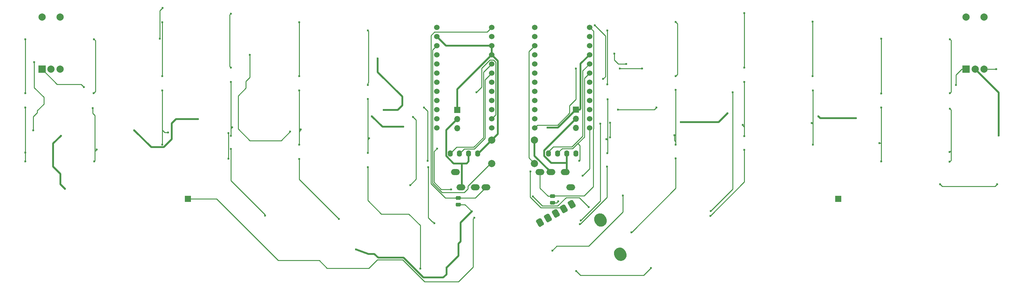
<source format=gtl>
G04 #@! TF.GenerationSoftware,KiCad,Pcbnew,5.1.10*
G04 #@! TF.CreationDate,2021-05-16T00:27:37+02:00*
G04 #@! TF.ProjectId,corne-cherry,636f726e-652d-4636-9865-7272792e6b69,3.0.1*
G04 #@! TF.SameCoordinates,Original*
G04 #@! TF.FileFunction,Copper,L1,Top*
G04 #@! TF.FilePolarity,Positive*
%FSLAX46Y46*%
G04 Gerber Fmt 4.6, Leading zero omitted, Abs format (unit mm)*
G04 Created by KiCad (PCBNEW 5.1.10) date 2021-05-16 00:27:37*
%MOMM*%
%LPD*%
G01*
G04 APERTURE LIST*
G04 #@! TA.AperFunction,ComponentPad*
%ADD10R,2.000000X2.000000*%
G04 #@! TD*
G04 #@! TA.AperFunction,ComponentPad*
%ADD11C,2.000000*%
G04 #@! TD*
G04 #@! TA.AperFunction,ComponentPad*
%ADD12R,1.700000X1.700000*%
G04 #@! TD*
G04 #@! TA.AperFunction,ComponentPad*
%ADD13C,1.524000*%
G04 #@! TD*
G04 #@! TA.AperFunction,ComponentPad*
%ADD14O,1.700000X1.700000*%
G04 #@! TD*
G04 #@! TA.AperFunction,ComponentPad*
%ADD15O,1.397000X1.778000*%
G04 #@! TD*
G04 #@! TA.AperFunction,ComponentPad*
%ADD16O,2.500000X1.700000*%
G04 #@! TD*
G04 #@! TA.AperFunction,ViaPad*
%ADD17C,0.600000*%
G04 #@! TD*
G04 #@! TA.AperFunction,Conductor*
%ADD18C,0.250000*%
G04 #@! TD*
G04 #@! TA.AperFunction,Conductor*
%ADD19C,0.508000*%
G04 #@! TD*
G04 #@! TA.AperFunction,Conductor*
%ADD20C,0.254000*%
G04 #@! TD*
G04 #@! TA.AperFunction,Conductor*
%ADD21C,0.500000*%
G04 #@! TD*
G04 APERTURE END LIST*
G04 #@! TA.AperFunction,ComponentPad*
G36*
G01*
X179051549Y-96658588D02*
X179051549Y-96658588D01*
G75*
G02*
X176797607Y-96054646I-825000J1428942D01*
G01*
X176547607Y-95621634D01*
G75*
G02*
X177151549Y-93367692I1428942J825000D01*
G01*
X177151549Y-93367692D01*
G75*
G02*
X179405491Y-93971634I825000J-1428942D01*
G01*
X179655491Y-94404646D01*
G75*
G02*
X179051549Y-96658588I-1428942J-825000D01*
G01*
G37*
G04 #@! TD.AperFunction*
G04 #@! TA.AperFunction,ComponentPad*
G36*
G01*
X173551549Y-87132308D02*
X173551549Y-87132308D01*
G75*
G02*
X171297607Y-86528366I-825000J1428942D01*
G01*
X171047607Y-86095354D01*
G75*
G02*
X171651549Y-83841412I1428942J825000D01*
G01*
X171651549Y-83841412D01*
G75*
G02*
X173905491Y-84445354I825000J-1428942D01*
G01*
X174155491Y-84878366D01*
G75*
G02*
X173551549Y-87132308I-1428942J-825000D01*
G01*
G37*
G04 #@! TD.AperFunction*
G04 #@! TA.AperFunction,ComponentPad*
G36*
G01*
X156746152Y-86934507D02*
X156010030Y-87359507D01*
G75*
G02*
X155429469Y-87203946I-212500J368061D01*
G01*
X154754469Y-86034812D01*
G75*
G02*
X154910030Y-85454251I368061J212500D01*
G01*
X155646152Y-85029251D01*
G75*
G02*
X156226713Y-85184812I212500J-368061D01*
G01*
X156901713Y-86353946D01*
G75*
G02*
X156746152Y-86934507I-368061J-212500D01*
G01*
G37*
G04 #@! TD.AperFunction*
G04 #@! TA.AperFunction,ComponentPad*
G36*
G01*
X158426417Y-83914812D02*
X159101417Y-85083946D01*
G75*
G02*
X158945856Y-85664507I-368061J-212500D01*
G01*
X158209734Y-86089507D01*
G75*
G02*
X157629173Y-85933946I-212500J368061D01*
G01*
X156954173Y-84764812D01*
G75*
G02*
X157109734Y-84184251I368061J212500D01*
G01*
X157845856Y-83759251D01*
G75*
G02*
X158426417Y-83914812I212500J-368061D01*
G01*
G37*
G04 #@! TD.AperFunction*
G04 #@! TA.AperFunction,ComponentPad*
G36*
G01*
X160626122Y-82644812D02*
X161301122Y-83813946D01*
G75*
G02*
X161145561Y-84394507I-368061J-212500D01*
G01*
X160409439Y-84819507D01*
G75*
G02*
X159828878Y-84663946I-212500J368061D01*
G01*
X159153878Y-83494812D01*
G75*
G02*
X159309439Y-82914251I368061J212500D01*
G01*
X160045561Y-82489251D01*
G75*
G02*
X160626122Y-82644812I212500J-368061D01*
G01*
G37*
G04 #@! TD.AperFunction*
G04 #@! TA.AperFunction,ComponentPad*
G36*
G01*
X162825827Y-81374812D02*
X163500827Y-82543946D01*
G75*
G02*
X163345266Y-83124507I-368061J-212500D01*
G01*
X162609144Y-83549507D01*
G75*
G02*
X162028583Y-83393946I-212500J368061D01*
G01*
X161353583Y-82224812D01*
G75*
G02*
X161509144Y-81644251I368061J212500D01*
G01*
X162245266Y-81219251D01*
G75*
G02*
X162825827Y-81374812I212500J-368061D01*
G01*
G37*
G04 #@! TD.AperFunction*
G04 #@! TA.AperFunction,ComponentPad*
G36*
G01*
X165025531Y-80104812D02*
X165700531Y-81273946D01*
G75*
G02*
X165544970Y-81854507I-368061J-212500D01*
G01*
X164808848Y-82279507D01*
G75*
G02*
X164228287Y-82123946I-212500J368061D01*
G01*
X163553287Y-80954812D01*
G75*
G02*
X163708848Y-80374251I368061J212500D01*
G01*
X164444970Y-79949251D01*
G75*
G02*
X165025531Y-80104812I212500J-368061D01*
G01*
G37*
G04 #@! TD.AperFunction*
G04 #@! TA.AperFunction,SMDPad,CuDef*
G36*
G01*
X158849499Y-80172500D02*
X159749501Y-80172500D01*
G75*
G02*
X159999500Y-80422499I0J-249999D01*
G01*
X159999500Y-80947501D01*
G75*
G02*
X159749501Y-81197500I-249999J0D01*
G01*
X158849499Y-81197500D01*
G75*
G02*
X158599500Y-80947501I0J249999D01*
G01*
X158599500Y-80422499D01*
G75*
G02*
X158849499Y-80172500I249999J0D01*
G01*
G37*
G04 #@! TD.AperFunction*
G04 #@! TA.AperFunction,SMDPad,CuDef*
G36*
G01*
X158849499Y-78347500D02*
X159749501Y-78347500D01*
G75*
G02*
X159999500Y-78597499I0J-249999D01*
G01*
X159999500Y-79122501D01*
G75*
G02*
X159749501Y-79372500I-249999J0D01*
G01*
X158849499Y-79372500D01*
G75*
G02*
X158599500Y-79122501I0J249999D01*
G01*
X158599500Y-78597499D01*
G75*
G02*
X158849499Y-78347500I249999J0D01*
G01*
G37*
G04 #@! TD.AperFunction*
G04 #@! TA.AperFunction,SMDPad,CuDef*
G36*
G01*
X132687499Y-80680500D02*
X133587501Y-80680500D01*
G75*
G02*
X133837500Y-80930499I0J-249999D01*
G01*
X133837500Y-81455501D01*
G75*
G02*
X133587501Y-81705500I-249999J0D01*
G01*
X132687499Y-81705500D01*
G75*
G02*
X132437500Y-81455501I0J249999D01*
G01*
X132437500Y-80930499D01*
G75*
G02*
X132687499Y-80680500I249999J0D01*
G01*
G37*
G04 #@! TD.AperFunction*
G04 #@! TA.AperFunction,SMDPad,CuDef*
G36*
G01*
X132687499Y-78855500D02*
X133587501Y-78855500D01*
G75*
G02*
X133837500Y-79105499I0J-249999D01*
G01*
X133837500Y-79630501D01*
G75*
G02*
X133587501Y-79880500I-249999J0D01*
G01*
X132687499Y-79880500D01*
G75*
G02*
X132437500Y-79630501I0J249999D01*
G01*
X132437500Y-79105499D01*
G75*
G02*
X132687499Y-78855500I249999J0D01*
G01*
G37*
G04 #@! TD.AperFunction*
D10*
X274114500Y-43555000D03*
D11*
X276614500Y-43555000D03*
X279114500Y-43555000D03*
X274114500Y-29055000D03*
X279114500Y-29055000D03*
D10*
X17607500Y-43560000D03*
D11*
X20107500Y-43560000D03*
X22607500Y-43560000D03*
X17607500Y-29060000D03*
X22607500Y-29060000D03*
D12*
X238614500Y-79625000D03*
X58107500Y-79630000D03*
D13*
X154378900Y-31912000D03*
X154378900Y-34452000D03*
X154378900Y-36992000D03*
X154378900Y-39532000D03*
X154378900Y-42072000D03*
X154378900Y-44612000D03*
X154378900Y-47152000D03*
X154378900Y-49692000D03*
X154378900Y-52232000D03*
X154378900Y-54772000D03*
X154378900Y-57312000D03*
X154378900Y-59852000D03*
X169598900Y-59852000D03*
X169598900Y-57312000D03*
X169598900Y-54772000D03*
X169598900Y-52232000D03*
X169598900Y-49692000D03*
X169598900Y-47152000D03*
X169598900Y-44612000D03*
X169598900Y-42072000D03*
X169598900Y-39532000D03*
X169598900Y-36992000D03*
X169598900Y-34452000D03*
X169598900Y-31912000D03*
D14*
X165797500Y-59880000D03*
X165797500Y-57340000D03*
D12*
X165797500Y-54800000D03*
D14*
X132837500Y-59940000D03*
X132837500Y-57400000D03*
D12*
X132837500Y-54860000D03*
D13*
X127203900Y-31942000D03*
X127203900Y-34482000D03*
X127203900Y-37022000D03*
X127203900Y-39562000D03*
X127203900Y-42102000D03*
X127203900Y-44642000D03*
X127203900Y-47182000D03*
X127203900Y-49722000D03*
X127203900Y-52262000D03*
X127203900Y-54802000D03*
X127203900Y-57342000D03*
X127203900Y-59882000D03*
X142423900Y-59882000D03*
X142423900Y-57342000D03*
X142423900Y-54802000D03*
X142423900Y-52262000D03*
X142423900Y-49722000D03*
X142423900Y-47182000D03*
X142423900Y-44642000D03*
X142423900Y-42102000D03*
X142423900Y-39562000D03*
X142423900Y-37022000D03*
X142423900Y-34482000D03*
X142423900Y-31942000D03*
D11*
X154304500Y-63272000D03*
X154304500Y-69772000D03*
X142424500Y-63281000D03*
X142424500Y-69781000D03*
D15*
X165797500Y-67020000D03*
X163257500Y-67020000D03*
X160717500Y-67020000D03*
X158177500Y-67020000D03*
X138568500Y-67028000D03*
X136028500Y-67028000D03*
X133488500Y-67028000D03*
X130948500Y-67028000D03*
D16*
X164337500Y-76370000D03*
X162837500Y-72170000D03*
X158837500Y-72170000D03*
X155837500Y-72170000D03*
X132334500Y-72192000D03*
X133834500Y-76392000D03*
X137834500Y-76392000D03*
X140834500Y-76392000D03*
D17*
X50307500Y-35105000D03*
X51107500Y-26505000D03*
X123607500Y-54205000D03*
X124607500Y-69005000D03*
X69382500Y-61305000D03*
X69382500Y-68405000D03*
X126493737Y-86382353D03*
X124807500Y-70805000D03*
X43215500Y-60580000D03*
X60912600Y-57397000D03*
X109185300Y-56660400D03*
X117847010Y-59569010D03*
X22857500Y-62076500D03*
X23956290Y-76815990D03*
X136896700Y-83101800D03*
X129911700Y-98735500D03*
X104748517Y-93631010D03*
X110795800Y-40569010D03*
X112463101Y-54909001D03*
X13007500Y-35205000D03*
X13007500Y-50205000D03*
X13007500Y-54205000D03*
X13007500Y-69205000D03*
X13007500Y-66705000D03*
X32007500Y-35205000D03*
X32107500Y-69205000D03*
X31707500Y-54405000D03*
X31964840Y-50194907D03*
X32796949Y-65894449D03*
X51007500Y-30505000D03*
X51007500Y-45505000D03*
X51007500Y-49505000D03*
X51007500Y-64505000D03*
X52577078Y-61174578D03*
X70007500Y-28105000D03*
X70007500Y-43105000D03*
X70007500Y-47105000D03*
X70007500Y-62105000D03*
X70407500Y-59705000D03*
X70007500Y-65705000D03*
X79507500Y-84305000D03*
X89007500Y-30505000D03*
X89007500Y-45505000D03*
X89007500Y-49505000D03*
X89007500Y-64505000D03*
X89407500Y-60305000D03*
X89007500Y-68505000D03*
X100007500Y-85205000D03*
X108007500Y-32805000D03*
X108007500Y-47905000D03*
X108007500Y-51805000D03*
X108007500Y-66805000D03*
X108407504Y-62805000D03*
X108007500Y-70805000D03*
X122607500Y-99005000D03*
X127232000Y-65652000D03*
X131169000Y-76955000D03*
X173357500Y-46265000D03*
X171063762Y-31389024D03*
X188119700Y-54180000D03*
X177478999Y-54775001D03*
X175232500Y-58415010D03*
X175232500Y-62500000D03*
X282684700Y-75550000D03*
X266873200Y-75550000D03*
X172537500Y-58715000D03*
X167110558Y-85628058D03*
X153200000Y-72000000D03*
X166755591Y-69044409D03*
X167640000Y-73152000D03*
X269607500Y-35205000D03*
X269507500Y-69305000D03*
X269617500Y-54555000D03*
X269592510Y-50205000D03*
X269547500Y-66550000D03*
X250507500Y-35105000D03*
X250507500Y-50305000D03*
X250507500Y-54205000D03*
X250507500Y-69205000D03*
X249997500Y-64100010D03*
X231507500Y-30305000D03*
X231507500Y-45505000D03*
X231607500Y-49505000D03*
X231607500Y-64505000D03*
X231234449Y-58513051D03*
X212507500Y-28005000D03*
X212507500Y-43105000D03*
X212507500Y-47105000D03*
X212507500Y-62205000D03*
X203087500Y-84335000D03*
X212557500Y-65985000D03*
X212107500Y-59020000D03*
X193507500Y-30405000D03*
X193507500Y-45505000D03*
X193507500Y-49305000D03*
X193507500Y-64505000D03*
X193517500Y-68325000D03*
X181187500Y-88895000D03*
X193137500Y-61875000D03*
X174507500Y-32805000D03*
X174507500Y-47805000D03*
X174607500Y-51905000D03*
X174507500Y-66905000D03*
X174417500Y-70675000D03*
X166887500Y-86675000D03*
X174297500Y-63015000D03*
X160861735Y-80264000D03*
X194935700Y-58260600D03*
X207851600Y-55847600D03*
X233061100Y-56635000D03*
X243521110Y-57189010D03*
X157915200Y-59784600D03*
X283098501Y-61994999D03*
X137582500Y-84829000D03*
X15154500Y-60572000D03*
X15453800Y-41580000D03*
X119795500Y-75805000D03*
X120564500Y-56825500D03*
X176475500Y-39205000D03*
X179733800Y-42118900D03*
X159299500Y-93973000D03*
X178857500Y-78656800D03*
X165903070Y-99687570D03*
X186604500Y-98799000D03*
X138204800Y-50018300D03*
X29251500Y-48532400D03*
X86442001Y-60930001D03*
X75250900Y-39604300D03*
X271288100Y-47948200D03*
X209286700Y-49954800D03*
X203216100Y-82974800D03*
X169357900Y-81908000D03*
X153850000Y-78950000D03*
X165801900Y-43350800D03*
X177943100Y-43350800D03*
X184140700Y-43350800D03*
X282489500Y-43554000D03*
D18*
X50307500Y-27305000D02*
X51107500Y-26505000D01*
X50307500Y-35105000D02*
X50307500Y-27305000D01*
X124607500Y-55205000D02*
X124607500Y-69005000D01*
X123607500Y-54205000D02*
X124607500Y-55205000D01*
X69382500Y-61305000D02*
X69382500Y-68405000D01*
X126193738Y-86082354D02*
X125984854Y-86082354D01*
X126493737Y-86382353D02*
X126193738Y-86082354D01*
X124782499Y-70830001D02*
X124807500Y-70805000D01*
X124782499Y-84879999D02*
X124782499Y-70830001D01*
X125984854Y-86082354D02*
X124782499Y-84879999D01*
D19*
X142423900Y-37022000D02*
X142423900Y-39562000D01*
X129743900Y-37022000D02*
X127203900Y-34482000D01*
X142423900Y-37022000D02*
X129743900Y-37022000D01*
X132837500Y-49148400D02*
X132837500Y-54860000D01*
X142423900Y-39562000D02*
X132837500Y-49148400D01*
X138677500Y-67028000D02*
X142424500Y-63281000D01*
X138568500Y-67028000D02*
X138677500Y-67028000D01*
X144089911Y-41228011D02*
X142423900Y-39562000D01*
X144089911Y-61615589D02*
X144089911Y-41228011D01*
X142424500Y-63281000D02*
X144089911Y-61615589D01*
X51369421Y-65259001D02*
X53572000Y-63056422D01*
X47894501Y-65259001D02*
X51369421Y-65259001D01*
X43215500Y-60580000D02*
X47894501Y-65259001D01*
X53572000Y-63056422D02*
X53572000Y-58628900D01*
X53572000Y-58628900D02*
X54803900Y-57397000D01*
X54803900Y-57397000D02*
X60912600Y-57397000D01*
X60912600Y-57397000D02*
X60912600Y-57397000D01*
X112093910Y-59569010D02*
X117847010Y-59569010D01*
X109185300Y-56660400D02*
X112093910Y-59569010D01*
X117847010Y-59569010D02*
X117847010Y-59569010D01*
X22711000Y-75570700D02*
X23956290Y-76815990D01*
X20693499Y-70660077D02*
X22711000Y-72677578D01*
X22711000Y-72677578D02*
X22711000Y-75570700D01*
X20693499Y-64240501D02*
X20693499Y-70660077D01*
X22857500Y-62076500D02*
X20693499Y-64240501D01*
X136896700Y-83101800D02*
X133801501Y-86196999D01*
X133165171Y-95482029D02*
X129911700Y-98735500D01*
X129911700Y-98735500D02*
X129911700Y-98735500D01*
X117935600Y-95941500D02*
X122952510Y-100958410D01*
X110912500Y-95941500D02*
X117935600Y-95941500D01*
X109866240Y-94895240D02*
X110912500Y-95941500D01*
X108221959Y-94895240D02*
X109866240Y-94895240D01*
X104748517Y-93631010D02*
X104748517Y-93631010D01*
X104728510Y-93631010D02*
X104748517Y-93631010D01*
X104748517Y-93631010D02*
X108221959Y-94895240D01*
X129795990Y-67695885D02*
X131879605Y-69779500D01*
X129795990Y-60441510D02*
X129795990Y-67695885D01*
X132837500Y-57400000D02*
X129795990Y-60441510D01*
X131879605Y-69779500D02*
X134128100Y-69779500D01*
X134128100Y-69779500D02*
X134128100Y-69779500D01*
X134128100Y-69779500D02*
X135474300Y-69779500D01*
X136028500Y-69225300D02*
X136028500Y-67028000D01*
X135474300Y-69779500D02*
X136028500Y-69225300D01*
X134128100Y-76098400D02*
X133834500Y-76392000D01*
X134128100Y-69779500D02*
X134128100Y-76098400D01*
X122952510Y-100958410D02*
X122952510Y-100983810D01*
X122952510Y-100983810D02*
X123460100Y-101491400D01*
X129911700Y-98735500D02*
X129911700Y-100577000D01*
X128997300Y-101491400D02*
X123460100Y-101491400D01*
X129911700Y-100577000D02*
X128997300Y-101491400D01*
X116309421Y-54909001D02*
X112463101Y-54909001D01*
X117611501Y-53606921D02*
X116309421Y-54909001D01*
X117611501Y-51203079D02*
X117611501Y-53606921D01*
X110795800Y-44387378D02*
X117611501Y-51203079D01*
X110795800Y-40569010D02*
X110795800Y-44387378D01*
X112463101Y-54909001D02*
X112463101Y-54909001D01*
X133801501Y-91429512D02*
X133801501Y-86196999D01*
X133165171Y-92065842D02*
X133801501Y-91429512D01*
X133165171Y-95482029D02*
X133165171Y-92065842D01*
D18*
X134987900Y-81193000D02*
X136896700Y-83101800D01*
X133137500Y-81193000D02*
X134987900Y-81193000D01*
X13007500Y-35205000D02*
X13007500Y-50205000D01*
X13007500Y-54205000D02*
X13007500Y-57305000D01*
X13007500Y-66705000D02*
X13007500Y-69205000D01*
X13007500Y-57305000D02*
X13007500Y-66705000D01*
X32307500Y-69005000D02*
X32107500Y-69205000D01*
X31707500Y-55805000D02*
X32307500Y-56405000D01*
X31707500Y-54405000D02*
X31707500Y-55805000D01*
X32264839Y-49894908D02*
X31964840Y-50194907D01*
X32007500Y-35205000D02*
X32407500Y-35605000D01*
X32407500Y-35605000D02*
X32407500Y-49752247D01*
X32407500Y-49752247D02*
X32264839Y-49894908D01*
X32307500Y-66205000D02*
X32307500Y-69005000D01*
X32307500Y-56405000D02*
X32307500Y-66205000D01*
X32486398Y-66205000D02*
X32496950Y-66194448D01*
X32496950Y-66194448D02*
X32796949Y-65894449D01*
X32307500Y-66205000D02*
X32486398Y-66205000D01*
X51007500Y-30505000D02*
X51007500Y-45505000D01*
X51007500Y-49505000D02*
X51007500Y-60505000D01*
X51007500Y-60505000D02*
X51007500Y-64505000D01*
X51007500Y-60505000D02*
X51677078Y-61174578D01*
X52152814Y-61174578D02*
X52577078Y-61174578D01*
X51677078Y-61174578D02*
X52152814Y-61174578D01*
X70107501Y-60004999D02*
X70407500Y-59705000D01*
X70007500Y-60005000D02*
X70107501Y-60004999D01*
X70007500Y-47105000D02*
X70007500Y-60005000D01*
X70007500Y-60005000D02*
X70007500Y-62105000D01*
X70007500Y-74505000D02*
X79507500Y-84005000D01*
X79507500Y-84005000D02*
X79507500Y-84305000D01*
X70007500Y-65705000D02*
X70007500Y-74505000D01*
X70007500Y-28105000D02*
X69682488Y-28430012D01*
X69682488Y-42779988D02*
X69707501Y-42805001D01*
X69682488Y-28430012D02*
X69682488Y-42779988D01*
X69707501Y-42805001D02*
X70007500Y-43105000D01*
X89007500Y-30505000D02*
X89007500Y-45505000D01*
X89007500Y-62305000D02*
X89007500Y-64505000D01*
X89007500Y-49505000D02*
X89007500Y-62305000D01*
X89007500Y-61105000D02*
X89007500Y-62305000D01*
X89407500Y-60305000D02*
X89007500Y-61105000D01*
X89007500Y-74205000D02*
X89007500Y-68505000D01*
X100007500Y-85205000D02*
X89007500Y-74205000D01*
X108007500Y-51805000D02*
X108007500Y-66805000D01*
D20*
X108107505Y-63104999D02*
X108407504Y-62805000D01*
X108007500Y-63105000D02*
X108107505Y-63104999D01*
D18*
X111807500Y-83805000D02*
X119407500Y-83805000D01*
X119407500Y-83805000D02*
X122607500Y-87005000D01*
X108007500Y-80005000D02*
X111807500Y-83805000D01*
X122607500Y-87005000D02*
X122607500Y-99005000D01*
X108007500Y-70805000D02*
X108007500Y-80005000D01*
X108007500Y-47480736D02*
X108007500Y-47905000D01*
X108237500Y-33035000D02*
X108237500Y-47250736D01*
X108007500Y-32805000D02*
X108237500Y-33035000D01*
X108237500Y-47250736D02*
X108007500Y-47480736D01*
X126440523Y-74995701D02*
X128399822Y-76955000D01*
X126440523Y-66443477D02*
X126440523Y-74995701D01*
X127232000Y-65652000D02*
X126440523Y-66443477D01*
X128399822Y-76955000D02*
X131169000Y-76955000D01*
X131169000Y-76955000D02*
X131169000Y-76955000D01*
D20*
X125534502Y-34193998D02*
X125534502Y-40554028D01*
X125534502Y-40554028D02*
X125584512Y-40604038D01*
X125534502Y-41255972D02*
X125534502Y-75370986D01*
X126514500Y-33214000D02*
X125534502Y-34193998D01*
X141157500Y-33210000D02*
X142425500Y-31942000D01*
X125584512Y-40604038D02*
X125584512Y-41205962D01*
X125584512Y-41205962D02*
X125534502Y-41255972D01*
X134711500Y-33214000D02*
X126514500Y-33214000D01*
X141155900Y-33214000D02*
X134711500Y-33214000D01*
D18*
X140834500Y-76392000D02*
X140834500Y-76577000D01*
X129531516Y-79368000D02*
X128413508Y-78249992D01*
X133137500Y-79368000D02*
X129531516Y-79368000D01*
D20*
X128413508Y-78249992D02*
X128463516Y-78300000D01*
X125534502Y-75370986D02*
X128413508Y-78249992D01*
D18*
X137858500Y-79368000D02*
X140834500Y-76392000D01*
X133137500Y-79368000D02*
X137858500Y-79368000D01*
D20*
X135807500Y-76040000D02*
X142066500Y-69781000D01*
X135807500Y-76819968D02*
X135807500Y-76040000D01*
X125988513Y-41444029D02*
X125988513Y-75182929D01*
X134787468Y-77840000D02*
X135807500Y-76819968D01*
X125988513Y-75182929D02*
X128645584Y-77840000D01*
X142066500Y-69781000D02*
X142424500Y-69781000D01*
X126038522Y-41394020D02*
X125988513Y-41444029D01*
X128645584Y-77840000D02*
X134787468Y-77840000D01*
X126038522Y-38187378D02*
X126038522Y-41394020D01*
X127203900Y-37022000D02*
X126038522Y-38187378D01*
X134186999Y-66329501D02*
X133488500Y-67028000D01*
X142423900Y-44642000D02*
X140558511Y-46507389D01*
X134808489Y-65708011D02*
X134186999Y-66329501D01*
X140558510Y-62742058D02*
X137592557Y-65708011D01*
X137592557Y-65708011D02*
X134808489Y-65708011D01*
X140558511Y-46507389D02*
X140558510Y-62742058D01*
X137404500Y-65254000D02*
X132704500Y-65254000D01*
X132704500Y-65254000D02*
X130948500Y-67010000D01*
X140104500Y-44421400D02*
X140104500Y-62554000D01*
X140104500Y-62554000D02*
X137404500Y-65254000D01*
X130948500Y-67010000D02*
X130948500Y-67028000D01*
X142423900Y-42102000D02*
X140104500Y-44421400D01*
D18*
X173982501Y-34307763D02*
X171063762Y-31389024D01*
X173982501Y-45639999D02*
X173982501Y-34307763D01*
X173357500Y-46265000D02*
X173982501Y-45639999D01*
X187524699Y-54775001D02*
X177478999Y-54775001D01*
X188119700Y-54180000D02*
X187524699Y-54775001D01*
X177478999Y-54775001D02*
X177478999Y-54775001D01*
X175232500Y-58415010D02*
X175232500Y-62500000D01*
X267473201Y-76150001D02*
X266873200Y-75550000D01*
X282084699Y-76150001D02*
X267473201Y-76150001D01*
X282684700Y-75550000D02*
X282084699Y-76150001D01*
X172537500Y-80201116D02*
X167110558Y-85628058D01*
X172537500Y-58715000D02*
X172537500Y-80201116D01*
D20*
X155837500Y-72170000D02*
X155837500Y-73170000D01*
X170646488Y-60155982D02*
X170646488Y-76198944D01*
X170687901Y-60114569D02*
X170646488Y-60155982D01*
X170687901Y-35537001D02*
X170687901Y-60114569D01*
X155837500Y-73760000D02*
X155837500Y-72170000D01*
D18*
X170687901Y-33001001D02*
X169598900Y-31912000D01*
X170687901Y-35537001D02*
X170687901Y-33001001D01*
X169577500Y-31890600D02*
X169598900Y-31912000D01*
X158090500Y-78860000D02*
X155837500Y-76607000D01*
X159299500Y-78860000D02*
X158090500Y-78860000D01*
X155837500Y-73760000D02*
X155837500Y-76607000D01*
X155837500Y-76607000D02*
X156028000Y-76797500D01*
X168047443Y-78797989D02*
X170646488Y-76198944D01*
X159361511Y-78797989D02*
X168047443Y-78797989D01*
X159299500Y-78860000D02*
X159361511Y-78797989D01*
D20*
X169603900Y-42073000D02*
X167674500Y-44002400D01*
X158039500Y-66680000D02*
X158039500Y-67015000D01*
X164648511Y-65170989D02*
X159548511Y-65170989D01*
X167674500Y-44002400D02*
X167674500Y-62145000D01*
X159548511Y-65170989D02*
X158039500Y-66680000D01*
X167674500Y-62145000D02*
X164648511Y-65170989D01*
D18*
X153112499Y-72087501D02*
X153200000Y-72000000D01*
X153112499Y-79137501D02*
X153112499Y-72087501D01*
X156025007Y-82050009D02*
X153112499Y-79137501D01*
X162092835Y-82050009D02*
X156025007Y-82050009D01*
X162427205Y-82384379D02*
X162092835Y-82050009D01*
D20*
X161969500Y-65625000D02*
X160579500Y-67015000D01*
X168128511Y-46088389D02*
X168128511Y-62390989D01*
X164894500Y-65625000D02*
X161969500Y-65625000D01*
X169603900Y-44613000D02*
X168128511Y-46088389D01*
X166313750Y-64205750D02*
X164894500Y-65625000D01*
X168128511Y-62390989D02*
X166313750Y-64205750D01*
D18*
X166878000Y-64770000D02*
X166313750Y-64205750D01*
X166878000Y-68922000D02*
X166755591Y-69044409D01*
X166878000Y-64770000D02*
X166878000Y-68922000D01*
X169598900Y-71193100D02*
X169598900Y-71046900D01*
X167640000Y-73152000D02*
X169598900Y-71193100D01*
X169598900Y-59852000D02*
X169598900Y-71046900D01*
D20*
X154057500Y-70019000D02*
X154304500Y-69772000D01*
D18*
X154378900Y-36992000D02*
X152746300Y-38624600D01*
X152746300Y-68213800D02*
X154304500Y-69772000D01*
X152746300Y-38624600D02*
X152746300Y-68213800D01*
X269907500Y-68905000D02*
X269507500Y-69305000D01*
X269897500Y-64485000D02*
X269907500Y-68905000D01*
X269897500Y-64485000D02*
X269917499Y-64465001D01*
X269917499Y-64465001D02*
X269917499Y-54854999D01*
X269917499Y-54854999D02*
X269617500Y-54555000D01*
X269607500Y-35205000D02*
X269907500Y-35505000D01*
X269907500Y-35505000D02*
X269907500Y-49890010D01*
X269907500Y-49890010D02*
X269892509Y-49905001D01*
X269892509Y-49905001D02*
X269592510Y-50205000D01*
X269899204Y-66198296D02*
X269547500Y-66550000D01*
X269899204Y-64486704D02*
X269899204Y-66198296D01*
X269897500Y-64485000D02*
X269899204Y-64486704D01*
X250507500Y-35105000D02*
X250507500Y-50305000D01*
X250507500Y-64185746D02*
X250421764Y-64100010D01*
X250507500Y-64335000D02*
X250507500Y-64185746D01*
X250421764Y-64100010D02*
X249997500Y-64100010D01*
X250507500Y-54205000D02*
X250507500Y-64335000D01*
X250507500Y-64335000D02*
X250507500Y-69205000D01*
X231507500Y-30305000D02*
X231507500Y-45505000D01*
X231607500Y-49505000D02*
X231607500Y-59795000D01*
X231607500Y-59795000D02*
X231607500Y-64505000D01*
X231607500Y-58886102D02*
X231534448Y-58813050D01*
X231607500Y-59795000D02*
X231607500Y-58886102D01*
X231534448Y-58813050D02*
X231234449Y-58513051D01*
X212507500Y-28005000D02*
X212507500Y-43105000D01*
X212507500Y-62005000D02*
X212507500Y-62205000D01*
X212557500Y-74865000D02*
X212557500Y-65985000D01*
X203087500Y-84335000D02*
X212557500Y-74865000D01*
X212507500Y-47105000D02*
X212507500Y-60295000D01*
X212507500Y-60295000D02*
X212507500Y-62005000D01*
X212107500Y-59240000D02*
X212107500Y-59020000D01*
X212507500Y-59640000D02*
X212107500Y-59240000D01*
X212507500Y-60295000D02*
X212507500Y-59640000D01*
X194007500Y-45005000D02*
X193507500Y-45505000D01*
X194007500Y-30905000D02*
X194007500Y-45005000D01*
X193507500Y-30405000D02*
X194007500Y-30905000D01*
X181287500Y-88895000D02*
X181187500Y-88895000D01*
X193517500Y-76665000D02*
X181287500Y-88895000D01*
X193517500Y-68325000D02*
X193517500Y-76665000D01*
X193507500Y-49305000D02*
X193507500Y-63715000D01*
X193507500Y-63715000D02*
X193507500Y-64505000D01*
X193137500Y-63345000D02*
X193137500Y-62299264D01*
X193507500Y-63715000D02*
X193137500Y-63345000D01*
X193137500Y-62299264D02*
X193137500Y-61875000D01*
X174507500Y-32805000D02*
X174507500Y-47805000D01*
X174607500Y-66805000D02*
X174507500Y-66905000D01*
X174417500Y-70675000D02*
X174417500Y-79205000D01*
X166947500Y-86675000D02*
X166887500Y-86675000D01*
X174417500Y-79205000D02*
X166947500Y-86675000D01*
X174607500Y-51905000D02*
X174607500Y-64475000D01*
X174607500Y-64475000D02*
X174607500Y-66805000D01*
X174607500Y-63295000D02*
X174327500Y-63015000D01*
X174327500Y-63015000D02*
X174297500Y-63015000D01*
X174607500Y-64475000D02*
X174607500Y-63295000D01*
D19*
X163257500Y-71750000D02*
X162837500Y-72170000D01*
X157024990Y-67687885D02*
X157024990Y-66112510D01*
X158968605Y-69631500D02*
X157024990Y-67687885D01*
X163257500Y-69631500D02*
X158968605Y-69631500D01*
X157024990Y-66112510D02*
X165797500Y-57340000D01*
X163257500Y-67020000D02*
X163257500Y-69631500D01*
X163257500Y-69631500D02*
X163257500Y-71750000D01*
D18*
X159299500Y-80685000D02*
X160440735Y-80685000D01*
X160440735Y-80685000D02*
X160861735Y-80264000D01*
D21*
X158837000Y-80685000D02*
X159299500Y-80685000D01*
D19*
X154304500Y-67637000D02*
X158837500Y-72170000D01*
X154304500Y-63272000D02*
X154304500Y-67637000D01*
X194935700Y-58260600D02*
X205438600Y-58260600D01*
X205438600Y-58260600D02*
X207851600Y-55847600D01*
X207851600Y-55847600D02*
X207851600Y-55847600D01*
X233615110Y-57189010D02*
X243521110Y-57189010D01*
X233061100Y-56635000D02*
X233615110Y-57189010D01*
X243521110Y-57189010D02*
X243521110Y-57189010D01*
X160812900Y-59784600D02*
X165797500Y-54800000D01*
X157915200Y-59784600D02*
X160812900Y-59784600D01*
X166874900Y-54800000D02*
X167093490Y-54581410D01*
X165797500Y-54800000D02*
X166874900Y-54800000D01*
X167093490Y-42037410D02*
X169598900Y-39532000D01*
X167093490Y-54581410D02*
X167093490Y-42037410D01*
X283098501Y-50039001D02*
X283098501Y-61994999D01*
X276614500Y-43555000D02*
X283098501Y-50039001D01*
X283098501Y-61994999D02*
X283098501Y-61994999D01*
D18*
X137582500Y-84829000D02*
X137582500Y-84829000D01*
X66013300Y-79630000D02*
X58107500Y-79630000D01*
X96739300Y-98875200D02*
X94605700Y-96741600D01*
X137282501Y-85128999D02*
X137282501Y-98540199D01*
X123784258Y-102634400D02*
X120361300Y-99211442D01*
X110672667Y-96520510D02*
X108317977Y-98875200D01*
X137282501Y-98540199D02*
X133188300Y-102634400D01*
X133188300Y-102634400D02*
X123784258Y-102634400D01*
X108317977Y-98875200D02*
X96739300Y-98875200D01*
X137582500Y-84829000D02*
X137282501Y-85128999D01*
X120361300Y-99211442D02*
X120361300Y-99186042D01*
X120361300Y-99186042D02*
X117695768Y-96520510D01*
X83124900Y-96741600D02*
X66013300Y-79630000D01*
X117695768Y-96520510D02*
X110672667Y-96520510D01*
X94605700Y-96741600D02*
X83124900Y-96741600D01*
X16302501Y-55069997D02*
X16302501Y-55613999D01*
X18122501Y-53249997D02*
X16302501Y-55069997D01*
X16302501Y-55613999D02*
X15154500Y-56762000D01*
X15154500Y-56762000D02*
X15154500Y-60572000D01*
X15154500Y-60572000D02*
X15154500Y-60572000D01*
X18122501Y-51363999D02*
X18122501Y-53249997D01*
X15453800Y-48695298D02*
X18122501Y-51363999D01*
X15453800Y-41580000D02*
X15453800Y-48695298D01*
X121462501Y-74137999D02*
X121462501Y-57723501D01*
X119795500Y-75805000D02*
X121462501Y-74137999D01*
X121462501Y-57723501D02*
X120564500Y-56825500D01*
X120564500Y-56825500D02*
X120564500Y-56825500D01*
X179733800Y-42118900D02*
X177574800Y-42118900D01*
X176475500Y-41019600D02*
X176475500Y-39205000D01*
X177574800Y-42118900D02*
X176475500Y-41019600D01*
X178857500Y-78656800D02*
X178857500Y-78656800D01*
X169325001Y-92774999D02*
X160497501Y-92774999D01*
X178857500Y-83242500D02*
X169325001Y-92774999D01*
X160497501Y-92774999D02*
X159299500Y-93973000D01*
X178857500Y-78656800D02*
X178857500Y-83242500D01*
X167039910Y-100824410D02*
X184579090Y-100824410D01*
X165903070Y-99687570D02*
X167039910Y-100824410D01*
X184579090Y-100824410D02*
X186604500Y-98799000D01*
X186604500Y-98799000D02*
X186604500Y-98799000D01*
X138204800Y-50018300D02*
X138204800Y-50018300D01*
X143510901Y-41580239D02*
X143510901Y-56254999D01*
X142945661Y-41014999D02*
X143510901Y-41580239D01*
X143510901Y-56254999D02*
X142423900Y-57342000D01*
X141902139Y-41014999D02*
X142945661Y-41014999D01*
X139652490Y-43264648D02*
X141902139Y-41014999D01*
X139652490Y-48570610D02*
X139652490Y-43264648D01*
X138204800Y-50018300D02*
X139652490Y-48570610D01*
X17357500Y-42709000D02*
X18122501Y-43474001D01*
X29251500Y-48532400D02*
X29251500Y-48532400D01*
X21802501Y-47755001D02*
X17607500Y-43560000D01*
X28474101Y-47755001D02*
X21802501Y-47755001D01*
X29251500Y-48532400D02*
X28474101Y-47755001D01*
X75283503Y-63400001D02*
X72036402Y-60152900D01*
X83972001Y-63400001D02*
X75283503Y-63400001D01*
X86442001Y-60930001D02*
X83972001Y-63400001D01*
X72036402Y-60152900D02*
X72036402Y-50972198D01*
X72036402Y-50972198D02*
X74196800Y-48811800D01*
X74196800Y-46916702D02*
X75250900Y-45862602D01*
X74196800Y-48811800D02*
X74196800Y-46916702D01*
X75250900Y-45862602D02*
X75250900Y-39604300D01*
X75250900Y-39604300D02*
X75250900Y-39604300D01*
X272864500Y-43555000D02*
X271288100Y-45131400D01*
X274114500Y-43555000D02*
X272864500Y-43555000D01*
X271288100Y-45131400D02*
X271288100Y-47948200D01*
X271288100Y-47948200D02*
X271288100Y-47948200D01*
X209286700Y-49954800D02*
X209286700Y-60318000D01*
X209286700Y-60318000D02*
X209286700Y-76904200D01*
X209286700Y-76904200D02*
X203216100Y-82974800D01*
X203216100Y-82974800D02*
X203216100Y-82974800D01*
X160716000Y-81600000D02*
X156500000Y-81600000D01*
X163068000Y-79248000D02*
X160716000Y-81600000D01*
X166697900Y-79248000D02*
X163068000Y-79248000D01*
X169357900Y-81908000D02*
X166697900Y-79248000D01*
X156500000Y-81600000D02*
X153850000Y-78950000D01*
X164028279Y-55750379D02*
X164028279Y-55741621D01*
X155140899Y-59090001D02*
X160688657Y-59090001D01*
X160688657Y-59090001D02*
X164028279Y-55750379D01*
X154378900Y-59852000D02*
X155140899Y-59090001D01*
X165801900Y-51936000D02*
X165801900Y-43350800D01*
X164028279Y-53709621D02*
X165801900Y-51936000D01*
X164028279Y-55750379D02*
X164028279Y-53709621D01*
X165801900Y-43350800D02*
X165801900Y-43350800D01*
X177943100Y-43350800D02*
X184140700Y-43350800D01*
X184140700Y-43350800D02*
X184140700Y-43350800D01*
X279115500Y-43554000D02*
X279114500Y-43555000D01*
X282489500Y-43554000D02*
X279115500Y-43554000D01*
M02*

</source>
